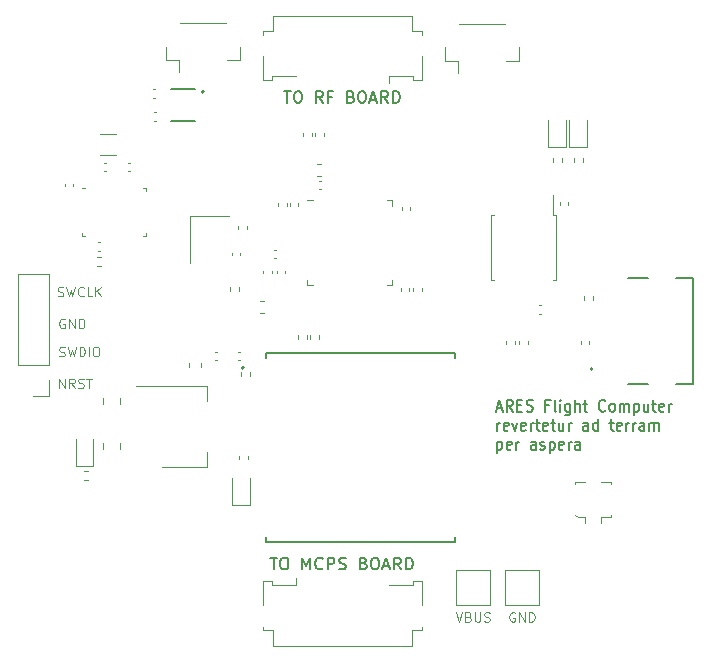
<source format=gbr>
%TF.GenerationSoftware,KiCad,Pcbnew,8.0.4*%
%TF.CreationDate,2024-11-13T00:18:53-06:00*%
%TF.ProjectId,ARES_FC,41524553-5f46-4432-9e6b-696361645f70,rev?*%
%TF.SameCoordinates,Original*%
%TF.FileFunction,Legend,Top*%
%TF.FilePolarity,Positive*%
%FSLAX46Y46*%
G04 Gerber Fmt 4.6, Leading zero omitted, Abs format (unit mm)*
G04 Created by KiCad (PCBNEW 8.0.4) date 2024-11-13 00:18:53*
%MOMM*%
%LPD*%
G01*
G04 APERTURE LIST*
%ADD10C,0.125000*%
%ADD11C,0.150000*%
%ADD12C,0.120000*%
%ADD13C,0.127000*%
%ADD14C,0.200000*%
G04 APERTURE END LIST*
D10*
X126476016Y-98514290D02*
X126399826Y-98476195D01*
X126399826Y-98476195D02*
X126285540Y-98476195D01*
X126285540Y-98476195D02*
X126171254Y-98514290D01*
X126171254Y-98514290D02*
X126095064Y-98590480D01*
X126095064Y-98590480D02*
X126056969Y-98666671D01*
X126056969Y-98666671D02*
X126018873Y-98819052D01*
X126018873Y-98819052D02*
X126018873Y-98933338D01*
X126018873Y-98933338D02*
X126056969Y-99085719D01*
X126056969Y-99085719D02*
X126095064Y-99161909D01*
X126095064Y-99161909D02*
X126171254Y-99238100D01*
X126171254Y-99238100D02*
X126285540Y-99276195D01*
X126285540Y-99276195D02*
X126361731Y-99276195D01*
X126361731Y-99276195D02*
X126476016Y-99238100D01*
X126476016Y-99238100D02*
X126514112Y-99200004D01*
X126514112Y-99200004D02*
X126514112Y-98933338D01*
X126514112Y-98933338D02*
X126361731Y-98933338D01*
X126856969Y-99276195D02*
X126856969Y-98476195D01*
X126856969Y-98476195D02*
X127314112Y-99276195D01*
X127314112Y-99276195D02*
X127314112Y-98476195D01*
X127695064Y-99276195D02*
X127695064Y-98476195D01*
X127695064Y-98476195D02*
X127885540Y-98476195D01*
X127885540Y-98476195D02*
X127999826Y-98514290D01*
X127999826Y-98514290D02*
X128076016Y-98590480D01*
X128076016Y-98590480D02*
X128114111Y-98666671D01*
X128114111Y-98666671D02*
X128152207Y-98819052D01*
X128152207Y-98819052D02*
X128152207Y-98933338D01*
X128152207Y-98933338D02*
X128114111Y-99085719D01*
X128114111Y-99085719D02*
X128076016Y-99161909D01*
X128076016Y-99161909D02*
X127999826Y-99238100D01*
X127999826Y-99238100D02*
X127885540Y-99276195D01*
X127885540Y-99276195D02*
X127695064Y-99276195D01*
X164591759Y-123383690D02*
X164515569Y-123345595D01*
X164515569Y-123345595D02*
X164401283Y-123345595D01*
X164401283Y-123345595D02*
X164286997Y-123383690D01*
X164286997Y-123383690D02*
X164210807Y-123459880D01*
X164210807Y-123459880D02*
X164172712Y-123536071D01*
X164172712Y-123536071D02*
X164134616Y-123688452D01*
X164134616Y-123688452D02*
X164134616Y-123802738D01*
X164134616Y-123802738D02*
X164172712Y-123955119D01*
X164172712Y-123955119D02*
X164210807Y-124031309D01*
X164210807Y-124031309D02*
X164286997Y-124107500D01*
X164286997Y-124107500D02*
X164401283Y-124145595D01*
X164401283Y-124145595D02*
X164477474Y-124145595D01*
X164477474Y-124145595D02*
X164591759Y-124107500D01*
X164591759Y-124107500D02*
X164629855Y-124069404D01*
X164629855Y-124069404D02*
X164629855Y-123802738D01*
X164629855Y-123802738D02*
X164477474Y-123802738D01*
X164972712Y-124145595D02*
X164972712Y-123345595D01*
X164972712Y-123345595D02*
X165429855Y-124145595D01*
X165429855Y-124145595D02*
X165429855Y-123345595D01*
X165810807Y-124145595D02*
X165810807Y-123345595D01*
X165810807Y-123345595D02*
X166001283Y-123345595D01*
X166001283Y-123345595D02*
X166115569Y-123383690D01*
X166115569Y-123383690D02*
X166191759Y-123459880D01*
X166191759Y-123459880D02*
X166229854Y-123536071D01*
X166229854Y-123536071D02*
X166267950Y-123688452D01*
X166267950Y-123688452D02*
X166267950Y-123802738D01*
X166267950Y-123802738D02*
X166229854Y-123955119D01*
X166229854Y-123955119D02*
X166191759Y-124031309D01*
X166191759Y-124031309D02*
X166115569Y-124107500D01*
X166115569Y-124107500D02*
X166001283Y-124145595D01*
X166001283Y-124145595D02*
X165810807Y-124145595D01*
X126025254Y-104356195D02*
X126025254Y-103556195D01*
X126025254Y-103556195D02*
X126482397Y-104356195D01*
X126482397Y-104356195D02*
X126482397Y-103556195D01*
X127320492Y-104356195D02*
X127053825Y-103975242D01*
X126863349Y-104356195D02*
X126863349Y-103556195D01*
X126863349Y-103556195D02*
X127168111Y-103556195D01*
X127168111Y-103556195D02*
X127244301Y-103594290D01*
X127244301Y-103594290D02*
X127282396Y-103632385D01*
X127282396Y-103632385D02*
X127320492Y-103708576D01*
X127320492Y-103708576D02*
X127320492Y-103822861D01*
X127320492Y-103822861D02*
X127282396Y-103899052D01*
X127282396Y-103899052D02*
X127244301Y-103937147D01*
X127244301Y-103937147D02*
X127168111Y-103975242D01*
X127168111Y-103975242D02*
X126863349Y-103975242D01*
X127625253Y-104318100D02*
X127739539Y-104356195D01*
X127739539Y-104356195D02*
X127930015Y-104356195D01*
X127930015Y-104356195D02*
X128006206Y-104318100D01*
X128006206Y-104318100D02*
X128044301Y-104280004D01*
X128044301Y-104280004D02*
X128082396Y-104203814D01*
X128082396Y-104203814D02*
X128082396Y-104127623D01*
X128082396Y-104127623D02*
X128044301Y-104051433D01*
X128044301Y-104051433D02*
X128006206Y-104013338D01*
X128006206Y-104013338D02*
X127930015Y-103975242D01*
X127930015Y-103975242D02*
X127777634Y-103937147D01*
X127777634Y-103937147D02*
X127701444Y-103899052D01*
X127701444Y-103899052D02*
X127663349Y-103860957D01*
X127663349Y-103860957D02*
X127625253Y-103784766D01*
X127625253Y-103784766D02*
X127625253Y-103708576D01*
X127625253Y-103708576D02*
X127663349Y-103632385D01*
X127663349Y-103632385D02*
X127701444Y-103594290D01*
X127701444Y-103594290D02*
X127777634Y-103556195D01*
X127777634Y-103556195D02*
X127968111Y-103556195D01*
X127968111Y-103556195D02*
X128082396Y-103594290D01*
X128310968Y-103556195D02*
X128768111Y-103556195D01*
X128539539Y-104356195D02*
X128539539Y-103556195D01*
D11*
X145043922Y-79219819D02*
X145615350Y-79219819D01*
X145329636Y-80219819D02*
X145329636Y-79219819D01*
X146139160Y-79219819D02*
X146329636Y-79219819D01*
X146329636Y-79219819D02*
X146424874Y-79267438D01*
X146424874Y-79267438D02*
X146520112Y-79362676D01*
X146520112Y-79362676D02*
X146567731Y-79553152D01*
X146567731Y-79553152D02*
X146567731Y-79886485D01*
X146567731Y-79886485D02*
X146520112Y-80076961D01*
X146520112Y-80076961D02*
X146424874Y-80172200D01*
X146424874Y-80172200D02*
X146329636Y-80219819D01*
X146329636Y-80219819D02*
X146139160Y-80219819D01*
X146139160Y-80219819D02*
X146043922Y-80172200D01*
X146043922Y-80172200D02*
X145948684Y-80076961D01*
X145948684Y-80076961D02*
X145901065Y-79886485D01*
X145901065Y-79886485D02*
X145901065Y-79553152D01*
X145901065Y-79553152D02*
X145948684Y-79362676D01*
X145948684Y-79362676D02*
X146043922Y-79267438D01*
X146043922Y-79267438D02*
X146139160Y-79219819D01*
X148329636Y-80219819D02*
X147996303Y-79743628D01*
X147758208Y-80219819D02*
X147758208Y-79219819D01*
X147758208Y-79219819D02*
X148139160Y-79219819D01*
X148139160Y-79219819D02*
X148234398Y-79267438D01*
X148234398Y-79267438D02*
X148282017Y-79315057D01*
X148282017Y-79315057D02*
X148329636Y-79410295D01*
X148329636Y-79410295D02*
X148329636Y-79553152D01*
X148329636Y-79553152D02*
X148282017Y-79648390D01*
X148282017Y-79648390D02*
X148234398Y-79696009D01*
X148234398Y-79696009D02*
X148139160Y-79743628D01*
X148139160Y-79743628D02*
X147758208Y-79743628D01*
X149091541Y-79696009D02*
X148758208Y-79696009D01*
X148758208Y-80219819D02*
X148758208Y-79219819D01*
X148758208Y-79219819D02*
X149234398Y-79219819D01*
X150710589Y-79696009D02*
X150853446Y-79743628D01*
X150853446Y-79743628D02*
X150901065Y-79791247D01*
X150901065Y-79791247D02*
X150948684Y-79886485D01*
X150948684Y-79886485D02*
X150948684Y-80029342D01*
X150948684Y-80029342D02*
X150901065Y-80124580D01*
X150901065Y-80124580D02*
X150853446Y-80172200D01*
X150853446Y-80172200D02*
X150758208Y-80219819D01*
X150758208Y-80219819D02*
X150377256Y-80219819D01*
X150377256Y-80219819D02*
X150377256Y-79219819D01*
X150377256Y-79219819D02*
X150710589Y-79219819D01*
X150710589Y-79219819D02*
X150805827Y-79267438D01*
X150805827Y-79267438D02*
X150853446Y-79315057D01*
X150853446Y-79315057D02*
X150901065Y-79410295D01*
X150901065Y-79410295D02*
X150901065Y-79505533D01*
X150901065Y-79505533D02*
X150853446Y-79600771D01*
X150853446Y-79600771D02*
X150805827Y-79648390D01*
X150805827Y-79648390D02*
X150710589Y-79696009D01*
X150710589Y-79696009D02*
X150377256Y-79696009D01*
X151567732Y-79219819D02*
X151758208Y-79219819D01*
X151758208Y-79219819D02*
X151853446Y-79267438D01*
X151853446Y-79267438D02*
X151948684Y-79362676D01*
X151948684Y-79362676D02*
X151996303Y-79553152D01*
X151996303Y-79553152D02*
X151996303Y-79886485D01*
X151996303Y-79886485D02*
X151948684Y-80076961D01*
X151948684Y-80076961D02*
X151853446Y-80172200D01*
X151853446Y-80172200D02*
X151758208Y-80219819D01*
X151758208Y-80219819D02*
X151567732Y-80219819D01*
X151567732Y-80219819D02*
X151472494Y-80172200D01*
X151472494Y-80172200D02*
X151377256Y-80076961D01*
X151377256Y-80076961D02*
X151329637Y-79886485D01*
X151329637Y-79886485D02*
X151329637Y-79553152D01*
X151329637Y-79553152D02*
X151377256Y-79362676D01*
X151377256Y-79362676D02*
X151472494Y-79267438D01*
X151472494Y-79267438D02*
X151567732Y-79219819D01*
X152377256Y-79934104D02*
X152853446Y-79934104D01*
X152282018Y-80219819D02*
X152615351Y-79219819D01*
X152615351Y-79219819D02*
X152948684Y-80219819D01*
X153853446Y-80219819D02*
X153520113Y-79743628D01*
X153282018Y-80219819D02*
X153282018Y-79219819D01*
X153282018Y-79219819D02*
X153662970Y-79219819D01*
X153662970Y-79219819D02*
X153758208Y-79267438D01*
X153758208Y-79267438D02*
X153805827Y-79315057D01*
X153805827Y-79315057D02*
X153853446Y-79410295D01*
X153853446Y-79410295D02*
X153853446Y-79553152D01*
X153853446Y-79553152D02*
X153805827Y-79648390D01*
X153805827Y-79648390D02*
X153758208Y-79696009D01*
X153758208Y-79696009D02*
X153662970Y-79743628D01*
X153662970Y-79743628D02*
X153282018Y-79743628D01*
X154282018Y-80219819D02*
X154282018Y-79219819D01*
X154282018Y-79219819D02*
X154520113Y-79219819D01*
X154520113Y-79219819D02*
X154662970Y-79267438D01*
X154662970Y-79267438D02*
X154758208Y-79362676D01*
X154758208Y-79362676D02*
X154805827Y-79457914D01*
X154805827Y-79457914D02*
X154853446Y-79648390D01*
X154853446Y-79648390D02*
X154853446Y-79791247D01*
X154853446Y-79791247D02*
X154805827Y-79981723D01*
X154805827Y-79981723D02*
X154758208Y-80076961D01*
X154758208Y-80076961D02*
X154662970Y-80172200D01*
X154662970Y-80172200D02*
X154520113Y-80219819D01*
X154520113Y-80219819D02*
X154282018Y-80219819D01*
X163072017Y-106064216D02*
X163505350Y-106064216D01*
X162985350Y-106349931D02*
X163288684Y-105349931D01*
X163288684Y-105349931D02*
X163592017Y-106349931D01*
X164415350Y-106349931D02*
X164112017Y-105873740D01*
X163895350Y-106349931D02*
X163895350Y-105349931D01*
X163895350Y-105349931D02*
X164242017Y-105349931D01*
X164242017Y-105349931D02*
X164328684Y-105397550D01*
X164328684Y-105397550D02*
X164372017Y-105445169D01*
X164372017Y-105445169D02*
X164415350Y-105540407D01*
X164415350Y-105540407D02*
X164415350Y-105683264D01*
X164415350Y-105683264D02*
X164372017Y-105778502D01*
X164372017Y-105778502D02*
X164328684Y-105826121D01*
X164328684Y-105826121D02*
X164242017Y-105873740D01*
X164242017Y-105873740D02*
X163895350Y-105873740D01*
X164805350Y-105826121D02*
X165108684Y-105826121D01*
X165238684Y-106349931D02*
X164805350Y-106349931D01*
X164805350Y-106349931D02*
X164805350Y-105349931D01*
X164805350Y-105349931D02*
X165238684Y-105349931D01*
X165585350Y-106302312D02*
X165715350Y-106349931D01*
X165715350Y-106349931D02*
X165932017Y-106349931D01*
X165932017Y-106349931D02*
X166018683Y-106302312D01*
X166018683Y-106302312D02*
X166062017Y-106254692D01*
X166062017Y-106254692D02*
X166105350Y-106159454D01*
X166105350Y-106159454D02*
X166105350Y-106064216D01*
X166105350Y-106064216D02*
X166062017Y-105968978D01*
X166062017Y-105968978D02*
X166018683Y-105921359D01*
X166018683Y-105921359D02*
X165932017Y-105873740D01*
X165932017Y-105873740D02*
X165758683Y-105826121D01*
X165758683Y-105826121D02*
X165672017Y-105778502D01*
X165672017Y-105778502D02*
X165628683Y-105730883D01*
X165628683Y-105730883D02*
X165585350Y-105635645D01*
X165585350Y-105635645D02*
X165585350Y-105540407D01*
X165585350Y-105540407D02*
X165628683Y-105445169D01*
X165628683Y-105445169D02*
X165672017Y-105397550D01*
X165672017Y-105397550D02*
X165758683Y-105349931D01*
X165758683Y-105349931D02*
X165975350Y-105349931D01*
X165975350Y-105349931D02*
X166105350Y-105397550D01*
X167492017Y-105826121D02*
X167188683Y-105826121D01*
X167188683Y-106349931D02*
X167188683Y-105349931D01*
X167188683Y-105349931D02*
X167622017Y-105349931D01*
X168098683Y-106349931D02*
X168012017Y-106302312D01*
X168012017Y-106302312D02*
X167968683Y-106207073D01*
X167968683Y-106207073D02*
X167968683Y-105349931D01*
X168445350Y-106349931D02*
X168445350Y-105683264D01*
X168445350Y-105349931D02*
X168402017Y-105397550D01*
X168402017Y-105397550D02*
X168445350Y-105445169D01*
X168445350Y-105445169D02*
X168488684Y-105397550D01*
X168488684Y-105397550D02*
X168445350Y-105349931D01*
X168445350Y-105349931D02*
X168445350Y-105445169D01*
X169268683Y-105683264D02*
X169268683Y-106492788D01*
X169268683Y-106492788D02*
X169225350Y-106588026D01*
X169225350Y-106588026D02*
X169182017Y-106635645D01*
X169182017Y-106635645D02*
X169095350Y-106683264D01*
X169095350Y-106683264D02*
X168965350Y-106683264D01*
X168965350Y-106683264D02*
X168878683Y-106635645D01*
X169268683Y-106302312D02*
X169182017Y-106349931D01*
X169182017Y-106349931D02*
X169008683Y-106349931D01*
X169008683Y-106349931D02*
X168922017Y-106302312D01*
X168922017Y-106302312D02*
X168878683Y-106254692D01*
X168878683Y-106254692D02*
X168835350Y-106159454D01*
X168835350Y-106159454D02*
X168835350Y-105873740D01*
X168835350Y-105873740D02*
X168878683Y-105778502D01*
X168878683Y-105778502D02*
X168922017Y-105730883D01*
X168922017Y-105730883D02*
X169008683Y-105683264D01*
X169008683Y-105683264D02*
X169182017Y-105683264D01*
X169182017Y-105683264D02*
X169268683Y-105730883D01*
X169702016Y-106349931D02*
X169702016Y-105349931D01*
X170092016Y-106349931D02*
X170092016Y-105826121D01*
X170092016Y-105826121D02*
X170048683Y-105730883D01*
X170048683Y-105730883D02*
X169962016Y-105683264D01*
X169962016Y-105683264D02*
X169832016Y-105683264D01*
X169832016Y-105683264D02*
X169745350Y-105730883D01*
X169745350Y-105730883D02*
X169702016Y-105778502D01*
X170395349Y-105683264D02*
X170742016Y-105683264D01*
X170525349Y-105349931D02*
X170525349Y-106207073D01*
X170525349Y-106207073D02*
X170568683Y-106302312D01*
X170568683Y-106302312D02*
X170655349Y-106349931D01*
X170655349Y-106349931D02*
X170742016Y-106349931D01*
X172258682Y-106254692D02*
X172215349Y-106302312D01*
X172215349Y-106302312D02*
X172085349Y-106349931D01*
X172085349Y-106349931D02*
X171998682Y-106349931D01*
X171998682Y-106349931D02*
X171868682Y-106302312D01*
X171868682Y-106302312D02*
X171782016Y-106207073D01*
X171782016Y-106207073D02*
X171738682Y-106111835D01*
X171738682Y-106111835D02*
X171695349Y-105921359D01*
X171695349Y-105921359D02*
X171695349Y-105778502D01*
X171695349Y-105778502D02*
X171738682Y-105588026D01*
X171738682Y-105588026D02*
X171782016Y-105492788D01*
X171782016Y-105492788D02*
X171868682Y-105397550D01*
X171868682Y-105397550D02*
X171998682Y-105349931D01*
X171998682Y-105349931D02*
X172085349Y-105349931D01*
X172085349Y-105349931D02*
X172215349Y-105397550D01*
X172215349Y-105397550D02*
X172258682Y-105445169D01*
X172778682Y-106349931D02*
X172692016Y-106302312D01*
X172692016Y-106302312D02*
X172648682Y-106254692D01*
X172648682Y-106254692D02*
X172605349Y-106159454D01*
X172605349Y-106159454D02*
X172605349Y-105873740D01*
X172605349Y-105873740D02*
X172648682Y-105778502D01*
X172648682Y-105778502D02*
X172692016Y-105730883D01*
X172692016Y-105730883D02*
X172778682Y-105683264D01*
X172778682Y-105683264D02*
X172908682Y-105683264D01*
X172908682Y-105683264D02*
X172995349Y-105730883D01*
X172995349Y-105730883D02*
X173038682Y-105778502D01*
X173038682Y-105778502D02*
X173082016Y-105873740D01*
X173082016Y-105873740D02*
X173082016Y-106159454D01*
X173082016Y-106159454D02*
X173038682Y-106254692D01*
X173038682Y-106254692D02*
X172995349Y-106302312D01*
X172995349Y-106302312D02*
X172908682Y-106349931D01*
X172908682Y-106349931D02*
X172778682Y-106349931D01*
X173472015Y-106349931D02*
X173472015Y-105683264D01*
X173472015Y-105778502D02*
X173515349Y-105730883D01*
X173515349Y-105730883D02*
X173602015Y-105683264D01*
X173602015Y-105683264D02*
X173732015Y-105683264D01*
X173732015Y-105683264D02*
X173818682Y-105730883D01*
X173818682Y-105730883D02*
X173862015Y-105826121D01*
X173862015Y-105826121D02*
X173862015Y-106349931D01*
X173862015Y-105826121D02*
X173905349Y-105730883D01*
X173905349Y-105730883D02*
X173992015Y-105683264D01*
X173992015Y-105683264D02*
X174122015Y-105683264D01*
X174122015Y-105683264D02*
X174208682Y-105730883D01*
X174208682Y-105730883D02*
X174252015Y-105826121D01*
X174252015Y-105826121D02*
X174252015Y-106349931D01*
X174685348Y-105683264D02*
X174685348Y-106683264D01*
X174685348Y-105730883D02*
X174772015Y-105683264D01*
X174772015Y-105683264D02*
X174945348Y-105683264D01*
X174945348Y-105683264D02*
X175032015Y-105730883D01*
X175032015Y-105730883D02*
X175075348Y-105778502D01*
X175075348Y-105778502D02*
X175118682Y-105873740D01*
X175118682Y-105873740D02*
X175118682Y-106159454D01*
X175118682Y-106159454D02*
X175075348Y-106254692D01*
X175075348Y-106254692D02*
X175032015Y-106302312D01*
X175032015Y-106302312D02*
X174945348Y-106349931D01*
X174945348Y-106349931D02*
X174772015Y-106349931D01*
X174772015Y-106349931D02*
X174685348Y-106302312D01*
X175898681Y-105683264D02*
X175898681Y-106349931D01*
X175508681Y-105683264D02*
X175508681Y-106207073D01*
X175508681Y-106207073D02*
X175552015Y-106302312D01*
X175552015Y-106302312D02*
X175638681Y-106349931D01*
X175638681Y-106349931D02*
X175768681Y-106349931D01*
X175768681Y-106349931D02*
X175855348Y-106302312D01*
X175855348Y-106302312D02*
X175898681Y-106254692D01*
X176202014Y-105683264D02*
X176548681Y-105683264D01*
X176332014Y-105349931D02*
X176332014Y-106207073D01*
X176332014Y-106207073D02*
X176375348Y-106302312D01*
X176375348Y-106302312D02*
X176462014Y-106349931D01*
X176462014Y-106349931D02*
X176548681Y-106349931D01*
X177198681Y-106302312D02*
X177112014Y-106349931D01*
X177112014Y-106349931D02*
X176938681Y-106349931D01*
X176938681Y-106349931D02*
X176852014Y-106302312D01*
X176852014Y-106302312D02*
X176808681Y-106207073D01*
X176808681Y-106207073D02*
X176808681Y-105826121D01*
X176808681Y-105826121D02*
X176852014Y-105730883D01*
X176852014Y-105730883D02*
X176938681Y-105683264D01*
X176938681Y-105683264D02*
X177112014Y-105683264D01*
X177112014Y-105683264D02*
X177198681Y-105730883D01*
X177198681Y-105730883D02*
X177242014Y-105826121D01*
X177242014Y-105826121D02*
X177242014Y-105921359D01*
X177242014Y-105921359D02*
X176808681Y-106016597D01*
X177632014Y-106349931D02*
X177632014Y-105683264D01*
X177632014Y-105873740D02*
X177675348Y-105778502D01*
X177675348Y-105778502D02*
X177718681Y-105730883D01*
X177718681Y-105730883D02*
X177805348Y-105683264D01*
X177805348Y-105683264D02*
X177892014Y-105683264D01*
X163115350Y-107959875D02*
X163115350Y-107293208D01*
X163115350Y-107483684D02*
X163158684Y-107388446D01*
X163158684Y-107388446D02*
X163202017Y-107340827D01*
X163202017Y-107340827D02*
X163288684Y-107293208D01*
X163288684Y-107293208D02*
X163375350Y-107293208D01*
X164025350Y-107912256D02*
X163938683Y-107959875D01*
X163938683Y-107959875D02*
X163765350Y-107959875D01*
X163765350Y-107959875D02*
X163678683Y-107912256D01*
X163678683Y-107912256D02*
X163635350Y-107817017D01*
X163635350Y-107817017D02*
X163635350Y-107436065D01*
X163635350Y-107436065D02*
X163678683Y-107340827D01*
X163678683Y-107340827D02*
X163765350Y-107293208D01*
X163765350Y-107293208D02*
X163938683Y-107293208D01*
X163938683Y-107293208D02*
X164025350Y-107340827D01*
X164025350Y-107340827D02*
X164068683Y-107436065D01*
X164068683Y-107436065D02*
X164068683Y-107531303D01*
X164068683Y-107531303D02*
X163635350Y-107626541D01*
X164372017Y-107293208D02*
X164588683Y-107959875D01*
X164588683Y-107959875D02*
X164805350Y-107293208D01*
X165498683Y-107912256D02*
X165412016Y-107959875D01*
X165412016Y-107959875D02*
X165238683Y-107959875D01*
X165238683Y-107959875D02*
X165152016Y-107912256D01*
X165152016Y-107912256D02*
X165108683Y-107817017D01*
X165108683Y-107817017D02*
X165108683Y-107436065D01*
X165108683Y-107436065D02*
X165152016Y-107340827D01*
X165152016Y-107340827D02*
X165238683Y-107293208D01*
X165238683Y-107293208D02*
X165412016Y-107293208D01*
X165412016Y-107293208D02*
X165498683Y-107340827D01*
X165498683Y-107340827D02*
X165542016Y-107436065D01*
X165542016Y-107436065D02*
X165542016Y-107531303D01*
X165542016Y-107531303D02*
X165108683Y-107626541D01*
X165932016Y-107959875D02*
X165932016Y-107293208D01*
X165932016Y-107483684D02*
X165975350Y-107388446D01*
X165975350Y-107388446D02*
X166018683Y-107340827D01*
X166018683Y-107340827D02*
X166105350Y-107293208D01*
X166105350Y-107293208D02*
X166192016Y-107293208D01*
X166365349Y-107293208D02*
X166712016Y-107293208D01*
X166495349Y-106959875D02*
X166495349Y-107817017D01*
X166495349Y-107817017D02*
X166538683Y-107912256D01*
X166538683Y-107912256D02*
X166625349Y-107959875D01*
X166625349Y-107959875D02*
X166712016Y-107959875D01*
X167362016Y-107912256D02*
X167275349Y-107959875D01*
X167275349Y-107959875D02*
X167102016Y-107959875D01*
X167102016Y-107959875D02*
X167015349Y-107912256D01*
X167015349Y-107912256D02*
X166972016Y-107817017D01*
X166972016Y-107817017D02*
X166972016Y-107436065D01*
X166972016Y-107436065D02*
X167015349Y-107340827D01*
X167015349Y-107340827D02*
X167102016Y-107293208D01*
X167102016Y-107293208D02*
X167275349Y-107293208D01*
X167275349Y-107293208D02*
X167362016Y-107340827D01*
X167362016Y-107340827D02*
X167405349Y-107436065D01*
X167405349Y-107436065D02*
X167405349Y-107531303D01*
X167405349Y-107531303D02*
X166972016Y-107626541D01*
X167665349Y-107293208D02*
X168012016Y-107293208D01*
X167795349Y-106959875D02*
X167795349Y-107817017D01*
X167795349Y-107817017D02*
X167838683Y-107912256D01*
X167838683Y-107912256D02*
X167925349Y-107959875D01*
X167925349Y-107959875D02*
X168012016Y-107959875D01*
X168705349Y-107293208D02*
X168705349Y-107959875D01*
X168315349Y-107293208D02*
X168315349Y-107817017D01*
X168315349Y-107817017D02*
X168358683Y-107912256D01*
X168358683Y-107912256D02*
X168445349Y-107959875D01*
X168445349Y-107959875D02*
X168575349Y-107959875D01*
X168575349Y-107959875D02*
X168662016Y-107912256D01*
X168662016Y-107912256D02*
X168705349Y-107864636D01*
X169138682Y-107959875D02*
X169138682Y-107293208D01*
X169138682Y-107483684D02*
X169182016Y-107388446D01*
X169182016Y-107388446D02*
X169225349Y-107340827D01*
X169225349Y-107340827D02*
X169312016Y-107293208D01*
X169312016Y-107293208D02*
X169398682Y-107293208D01*
X170785348Y-107959875D02*
X170785348Y-107436065D01*
X170785348Y-107436065D02*
X170742015Y-107340827D01*
X170742015Y-107340827D02*
X170655348Y-107293208D01*
X170655348Y-107293208D02*
X170482015Y-107293208D01*
X170482015Y-107293208D02*
X170395348Y-107340827D01*
X170785348Y-107912256D02*
X170698682Y-107959875D01*
X170698682Y-107959875D02*
X170482015Y-107959875D01*
X170482015Y-107959875D02*
X170395348Y-107912256D01*
X170395348Y-107912256D02*
X170352015Y-107817017D01*
X170352015Y-107817017D02*
X170352015Y-107721779D01*
X170352015Y-107721779D02*
X170395348Y-107626541D01*
X170395348Y-107626541D02*
X170482015Y-107578922D01*
X170482015Y-107578922D02*
X170698682Y-107578922D01*
X170698682Y-107578922D02*
X170785348Y-107531303D01*
X171608681Y-107959875D02*
X171608681Y-106959875D01*
X171608681Y-107912256D02*
X171522015Y-107959875D01*
X171522015Y-107959875D02*
X171348681Y-107959875D01*
X171348681Y-107959875D02*
X171262015Y-107912256D01*
X171262015Y-107912256D02*
X171218681Y-107864636D01*
X171218681Y-107864636D02*
X171175348Y-107769398D01*
X171175348Y-107769398D02*
X171175348Y-107483684D01*
X171175348Y-107483684D02*
X171218681Y-107388446D01*
X171218681Y-107388446D02*
X171262015Y-107340827D01*
X171262015Y-107340827D02*
X171348681Y-107293208D01*
X171348681Y-107293208D02*
X171522015Y-107293208D01*
X171522015Y-107293208D02*
X171608681Y-107340827D01*
X172605347Y-107293208D02*
X172952014Y-107293208D01*
X172735347Y-106959875D02*
X172735347Y-107817017D01*
X172735347Y-107817017D02*
X172778681Y-107912256D01*
X172778681Y-107912256D02*
X172865347Y-107959875D01*
X172865347Y-107959875D02*
X172952014Y-107959875D01*
X173602014Y-107912256D02*
X173515347Y-107959875D01*
X173515347Y-107959875D02*
X173342014Y-107959875D01*
X173342014Y-107959875D02*
X173255347Y-107912256D01*
X173255347Y-107912256D02*
X173212014Y-107817017D01*
X173212014Y-107817017D02*
X173212014Y-107436065D01*
X173212014Y-107436065D02*
X173255347Y-107340827D01*
X173255347Y-107340827D02*
X173342014Y-107293208D01*
X173342014Y-107293208D02*
X173515347Y-107293208D01*
X173515347Y-107293208D02*
X173602014Y-107340827D01*
X173602014Y-107340827D02*
X173645347Y-107436065D01*
X173645347Y-107436065D02*
X173645347Y-107531303D01*
X173645347Y-107531303D02*
X173212014Y-107626541D01*
X174035347Y-107959875D02*
X174035347Y-107293208D01*
X174035347Y-107483684D02*
X174078681Y-107388446D01*
X174078681Y-107388446D02*
X174122014Y-107340827D01*
X174122014Y-107340827D02*
X174208681Y-107293208D01*
X174208681Y-107293208D02*
X174295347Y-107293208D01*
X174598680Y-107959875D02*
X174598680Y-107293208D01*
X174598680Y-107483684D02*
X174642014Y-107388446D01*
X174642014Y-107388446D02*
X174685347Y-107340827D01*
X174685347Y-107340827D02*
X174772014Y-107293208D01*
X174772014Y-107293208D02*
X174858680Y-107293208D01*
X175552013Y-107959875D02*
X175552013Y-107436065D01*
X175552013Y-107436065D02*
X175508680Y-107340827D01*
X175508680Y-107340827D02*
X175422013Y-107293208D01*
X175422013Y-107293208D02*
X175248680Y-107293208D01*
X175248680Y-107293208D02*
X175162013Y-107340827D01*
X175552013Y-107912256D02*
X175465347Y-107959875D01*
X175465347Y-107959875D02*
X175248680Y-107959875D01*
X175248680Y-107959875D02*
X175162013Y-107912256D01*
X175162013Y-107912256D02*
X175118680Y-107817017D01*
X175118680Y-107817017D02*
X175118680Y-107721779D01*
X175118680Y-107721779D02*
X175162013Y-107626541D01*
X175162013Y-107626541D02*
X175248680Y-107578922D01*
X175248680Y-107578922D02*
X175465347Y-107578922D01*
X175465347Y-107578922D02*
X175552013Y-107531303D01*
X175985346Y-107959875D02*
X175985346Y-107293208D01*
X175985346Y-107388446D02*
X176028680Y-107340827D01*
X176028680Y-107340827D02*
X176115346Y-107293208D01*
X176115346Y-107293208D02*
X176245346Y-107293208D01*
X176245346Y-107293208D02*
X176332013Y-107340827D01*
X176332013Y-107340827D02*
X176375346Y-107436065D01*
X176375346Y-107436065D02*
X176375346Y-107959875D01*
X176375346Y-107436065D02*
X176418680Y-107340827D01*
X176418680Y-107340827D02*
X176505346Y-107293208D01*
X176505346Y-107293208D02*
X176635346Y-107293208D01*
X176635346Y-107293208D02*
X176722013Y-107340827D01*
X176722013Y-107340827D02*
X176765346Y-107436065D01*
X176765346Y-107436065D02*
X176765346Y-107959875D01*
X163115350Y-108903152D02*
X163115350Y-109903152D01*
X163115350Y-108950771D02*
X163202017Y-108903152D01*
X163202017Y-108903152D02*
X163375350Y-108903152D01*
X163375350Y-108903152D02*
X163462017Y-108950771D01*
X163462017Y-108950771D02*
X163505350Y-108998390D01*
X163505350Y-108998390D02*
X163548684Y-109093628D01*
X163548684Y-109093628D02*
X163548684Y-109379342D01*
X163548684Y-109379342D02*
X163505350Y-109474580D01*
X163505350Y-109474580D02*
X163462017Y-109522200D01*
X163462017Y-109522200D02*
X163375350Y-109569819D01*
X163375350Y-109569819D02*
X163202017Y-109569819D01*
X163202017Y-109569819D02*
X163115350Y-109522200D01*
X164285350Y-109522200D02*
X164198683Y-109569819D01*
X164198683Y-109569819D02*
X164025350Y-109569819D01*
X164025350Y-109569819D02*
X163938683Y-109522200D01*
X163938683Y-109522200D02*
X163895350Y-109426961D01*
X163895350Y-109426961D02*
X163895350Y-109046009D01*
X163895350Y-109046009D02*
X163938683Y-108950771D01*
X163938683Y-108950771D02*
X164025350Y-108903152D01*
X164025350Y-108903152D02*
X164198683Y-108903152D01*
X164198683Y-108903152D02*
X164285350Y-108950771D01*
X164285350Y-108950771D02*
X164328683Y-109046009D01*
X164328683Y-109046009D02*
X164328683Y-109141247D01*
X164328683Y-109141247D02*
X163895350Y-109236485D01*
X164718683Y-109569819D02*
X164718683Y-108903152D01*
X164718683Y-109093628D02*
X164762017Y-108998390D01*
X164762017Y-108998390D02*
X164805350Y-108950771D01*
X164805350Y-108950771D02*
X164892017Y-108903152D01*
X164892017Y-108903152D02*
X164978683Y-108903152D01*
X166365349Y-109569819D02*
X166365349Y-109046009D01*
X166365349Y-109046009D02*
X166322016Y-108950771D01*
X166322016Y-108950771D02*
X166235349Y-108903152D01*
X166235349Y-108903152D02*
X166062016Y-108903152D01*
X166062016Y-108903152D02*
X165975349Y-108950771D01*
X166365349Y-109522200D02*
X166278683Y-109569819D01*
X166278683Y-109569819D02*
X166062016Y-109569819D01*
X166062016Y-109569819D02*
X165975349Y-109522200D01*
X165975349Y-109522200D02*
X165932016Y-109426961D01*
X165932016Y-109426961D02*
X165932016Y-109331723D01*
X165932016Y-109331723D02*
X165975349Y-109236485D01*
X165975349Y-109236485D02*
X166062016Y-109188866D01*
X166062016Y-109188866D02*
X166278683Y-109188866D01*
X166278683Y-109188866D02*
X166365349Y-109141247D01*
X166755349Y-109522200D02*
X166842016Y-109569819D01*
X166842016Y-109569819D02*
X167015349Y-109569819D01*
X167015349Y-109569819D02*
X167102016Y-109522200D01*
X167102016Y-109522200D02*
X167145349Y-109426961D01*
X167145349Y-109426961D02*
X167145349Y-109379342D01*
X167145349Y-109379342D02*
X167102016Y-109284104D01*
X167102016Y-109284104D02*
X167015349Y-109236485D01*
X167015349Y-109236485D02*
X166885349Y-109236485D01*
X166885349Y-109236485D02*
X166798682Y-109188866D01*
X166798682Y-109188866D02*
X166755349Y-109093628D01*
X166755349Y-109093628D02*
X166755349Y-109046009D01*
X166755349Y-109046009D02*
X166798682Y-108950771D01*
X166798682Y-108950771D02*
X166885349Y-108903152D01*
X166885349Y-108903152D02*
X167015349Y-108903152D01*
X167015349Y-108903152D02*
X167102016Y-108950771D01*
X167535349Y-108903152D02*
X167535349Y-109903152D01*
X167535349Y-108950771D02*
X167622016Y-108903152D01*
X167622016Y-108903152D02*
X167795349Y-108903152D01*
X167795349Y-108903152D02*
X167882016Y-108950771D01*
X167882016Y-108950771D02*
X167925349Y-108998390D01*
X167925349Y-108998390D02*
X167968683Y-109093628D01*
X167968683Y-109093628D02*
X167968683Y-109379342D01*
X167968683Y-109379342D02*
X167925349Y-109474580D01*
X167925349Y-109474580D02*
X167882016Y-109522200D01*
X167882016Y-109522200D02*
X167795349Y-109569819D01*
X167795349Y-109569819D02*
X167622016Y-109569819D01*
X167622016Y-109569819D02*
X167535349Y-109522200D01*
X168705349Y-109522200D02*
X168618682Y-109569819D01*
X168618682Y-109569819D02*
X168445349Y-109569819D01*
X168445349Y-109569819D02*
X168358682Y-109522200D01*
X168358682Y-109522200D02*
X168315349Y-109426961D01*
X168315349Y-109426961D02*
X168315349Y-109046009D01*
X168315349Y-109046009D02*
X168358682Y-108950771D01*
X168358682Y-108950771D02*
X168445349Y-108903152D01*
X168445349Y-108903152D02*
X168618682Y-108903152D01*
X168618682Y-108903152D02*
X168705349Y-108950771D01*
X168705349Y-108950771D02*
X168748682Y-109046009D01*
X168748682Y-109046009D02*
X168748682Y-109141247D01*
X168748682Y-109141247D02*
X168315349Y-109236485D01*
X169138682Y-109569819D02*
X169138682Y-108903152D01*
X169138682Y-109093628D02*
X169182016Y-108998390D01*
X169182016Y-108998390D02*
X169225349Y-108950771D01*
X169225349Y-108950771D02*
X169312016Y-108903152D01*
X169312016Y-108903152D02*
X169398682Y-108903152D01*
X170092015Y-109569819D02*
X170092015Y-109046009D01*
X170092015Y-109046009D02*
X170048682Y-108950771D01*
X170048682Y-108950771D02*
X169962015Y-108903152D01*
X169962015Y-108903152D02*
X169788682Y-108903152D01*
X169788682Y-108903152D02*
X169702015Y-108950771D01*
X170092015Y-109522200D02*
X170005349Y-109569819D01*
X170005349Y-109569819D02*
X169788682Y-109569819D01*
X169788682Y-109569819D02*
X169702015Y-109522200D01*
X169702015Y-109522200D02*
X169658682Y-109426961D01*
X169658682Y-109426961D02*
X169658682Y-109331723D01*
X169658682Y-109331723D02*
X169702015Y-109236485D01*
X169702015Y-109236485D02*
X169788682Y-109188866D01*
X169788682Y-109188866D02*
X170005349Y-109188866D01*
X170005349Y-109188866D02*
X170092015Y-109141247D01*
D10*
X125911015Y-96571100D02*
X126025301Y-96609195D01*
X126025301Y-96609195D02*
X126215777Y-96609195D01*
X126215777Y-96609195D02*
X126291968Y-96571100D01*
X126291968Y-96571100D02*
X126330063Y-96533004D01*
X126330063Y-96533004D02*
X126368158Y-96456814D01*
X126368158Y-96456814D02*
X126368158Y-96380623D01*
X126368158Y-96380623D02*
X126330063Y-96304433D01*
X126330063Y-96304433D02*
X126291968Y-96266338D01*
X126291968Y-96266338D02*
X126215777Y-96228242D01*
X126215777Y-96228242D02*
X126063396Y-96190147D01*
X126063396Y-96190147D02*
X125987206Y-96152052D01*
X125987206Y-96152052D02*
X125949111Y-96113957D01*
X125949111Y-96113957D02*
X125911015Y-96037766D01*
X125911015Y-96037766D02*
X125911015Y-95961576D01*
X125911015Y-95961576D02*
X125949111Y-95885385D01*
X125949111Y-95885385D02*
X125987206Y-95847290D01*
X125987206Y-95847290D02*
X126063396Y-95809195D01*
X126063396Y-95809195D02*
X126253873Y-95809195D01*
X126253873Y-95809195D02*
X126368158Y-95847290D01*
X126634825Y-95809195D02*
X126825301Y-96609195D01*
X126825301Y-96609195D02*
X126977682Y-96037766D01*
X126977682Y-96037766D02*
X127130063Y-96609195D01*
X127130063Y-96609195D02*
X127320540Y-95809195D01*
X128082445Y-96533004D02*
X128044349Y-96571100D01*
X128044349Y-96571100D02*
X127930064Y-96609195D01*
X127930064Y-96609195D02*
X127853873Y-96609195D01*
X127853873Y-96609195D02*
X127739587Y-96571100D01*
X127739587Y-96571100D02*
X127663397Y-96494909D01*
X127663397Y-96494909D02*
X127625302Y-96418719D01*
X127625302Y-96418719D02*
X127587206Y-96266338D01*
X127587206Y-96266338D02*
X127587206Y-96152052D01*
X127587206Y-96152052D02*
X127625302Y-95999671D01*
X127625302Y-95999671D02*
X127663397Y-95923480D01*
X127663397Y-95923480D02*
X127739587Y-95847290D01*
X127739587Y-95847290D02*
X127853873Y-95809195D01*
X127853873Y-95809195D02*
X127930064Y-95809195D01*
X127930064Y-95809195D02*
X128044349Y-95847290D01*
X128044349Y-95847290D02*
X128082445Y-95885385D01*
X128806254Y-96609195D02*
X128425302Y-96609195D01*
X128425302Y-96609195D02*
X128425302Y-95809195D01*
X129072921Y-96609195D02*
X129072921Y-95809195D01*
X129530064Y-96609195D02*
X129187206Y-96152052D01*
X129530064Y-95809195D02*
X129072921Y-96266338D01*
X159613426Y-123345595D02*
X159880093Y-124145595D01*
X159880093Y-124145595D02*
X160146759Y-123345595D01*
X160680092Y-123726547D02*
X160794378Y-123764642D01*
X160794378Y-123764642D02*
X160832473Y-123802738D01*
X160832473Y-123802738D02*
X160870569Y-123878928D01*
X160870569Y-123878928D02*
X160870569Y-123993214D01*
X160870569Y-123993214D02*
X160832473Y-124069404D01*
X160832473Y-124069404D02*
X160794378Y-124107500D01*
X160794378Y-124107500D02*
X160718188Y-124145595D01*
X160718188Y-124145595D02*
X160413426Y-124145595D01*
X160413426Y-124145595D02*
X160413426Y-123345595D01*
X160413426Y-123345595D02*
X160680092Y-123345595D01*
X160680092Y-123345595D02*
X160756283Y-123383690D01*
X160756283Y-123383690D02*
X160794378Y-123421785D01*
X160794378Y-123421785D02*
X160832473Y-123497976D01*
X160832473Y-123497976D02*
X160832473Y-123574166D01*
X160832473Y-123574166D02*
X160794378Y-123650357D01*
X160794378Y-123650357D02*
X160756283Y-123688452D01*
X160756283Y-123688452D02*
X160680092Y-123726547D01*
X160680092Y-123726547D02*
X160413426Y-123726547D01*
X161213426Y-123345595D02*
X161213426Y-123993214D01*
X161213426Y-123993214D02*
X161251521Y-124069404D01*
X161251521Y-124069404D02*
X161289616Y-124107500D01*
X161289616Y-124107500D02*
X161365807Y-124145595D01*
X161365807Y-124145595D02*
X161518188Y-124145595D01*
X161518188Y-124145595D02*
X161594378Y-124107500D01*
X161594378Y-124107500D02*
X161632473Y-124069404D01*
X161632473Y-124069404D02*
X161670569Y-123993214D01*
X161670569Y-123993214D02*
X161670569Y-123345595D01*
X162013425Y-124107500D02*
X162127711Y-124145595D01*
X162127711Y-124145595D02*
X162318187Y-124145595D01*
X162318187Y-124145595D02*
X162394378Y-124107500D01*
X162394378Y-124107500D02*
X162432473Y-124069404D01*
X162432473Y-124069404D02*
X162470568Y-123993214D01*
X162470568Y-123993214D02*
X162470568Y-123917023D01*
X162470568Y-123917023D02*
X162432473Y-123840833D01*
X162432473Y-123840833D02*
X162394378Y-123802738D01*
X162394378Y-123802738D02*
X162318187Y-123764642D01*
X162318187Y-123764642D02*
X162165806Y-123726547D01*
X162165806Y-123726547D02*
X162089616Y-123688452D01*
X162089616Y-123688452D02*
X162051521Y-123650357D01*
X162051521Y-123650357D02*
X162013425Y-123574166D01*
X162013425Y-123574166D02*
X162013425Y-123497976D01*
X162013425Y-123497976D02*
X162051521Y-123421785D01*
X162051521Y-123421785D02*
X162089616Y-123383690D01*
X162089616Y-123383690D02*
X162165806Y-123345595D01*
X162165806Y-123345595D02*
X162356283Y-123345595D01*
X162356283Y-123345595D02*
X162470568Y-123383690D01*
D11*
X143893922Y-118719819D02*
X144465350Y-118719819D01*
X144179636Y-119719819D02*
X144179636Y-118719819D01*
X144989160Y-118719819D02*
X145179636Y-118719819D01*
X145179636Y-118719819D02*
X145274874Y-118767438D01*
X145274874Y-118767438D02*
X145370112Y-118862676D01*
X145370112Y-118862676D02*
X145417731Y-119053152D01*
X145417731Y-119053152D02*
X145417731Y-119386485D01*
X145417731Y-119386485D02*
X145370112Y-119576961D01*
X145370112Y-119576961D02*
X145274874Y-119672200D01*
X145274874Y-119672200D02*
X145179636Y-119719819D01*
X145179636Y-119719819D02*
X144989160Y-119719819D01*
X144989160Y-119719819D02*
X144893922Y-119672200D01*
X144893922Y-119672200D02*
X144798684Y-119576961D01*
X144798684Y-119576961D02*
X144751065Y-119386485D01*
X144751065Y-119386485D02*
X144751065Y-119053152D01*
X144751065Y-119053152D02*
X144798684Y-118862676D01*
X144798684Y-118862676D02*
X144893922Y-118767438D01*
X144893922Y-118767438D02*
X144989160Y-118719819D01*
X146608208Y-119719819D02*
X146608208Y-118719819D01*
X146608208Y-118719819D02*
X146941541Y-119434104D01*
X146941541Y-119434104D02*
X147274874Y-118719819D01*
X147274874Y-118719819D02*
X147274874Y-119719819D01*
X148322493Y-119624580D02*
X148274874Y-119672200D01*
X148274874Y-119672200D02*
X148132017Y-119719819D01*
X148132017Y-119719819D02*
X148036779Y-119719819D01*
X148036779Y-119719819D02*
X147893922Y-119672200D01*
X147893922Y-119672200D02*
X147798684Y-119576961D01*
X147798684Y-119576961D02*
X147751065Y-119481723D01*
X147751065Y-119481723D02*
X147703446Y-119291247D01*
X147703446Y-119291247D02*
X147703446Y-119148390D01*
X147703446Y-119148390D02*
X147751065Y-118957914D01*
X147751065Y-118957914D02*
X147798684Y-118862676D01*
X147798684Y-118862676D02*
X147893922Y-118767438D01*
X147893922Y-118767438D02*
X148036779Y-118719819D01*
X148036779Y-118719819D02*
X148132017Y-118719819D01*
X148132017Y-118719819D02*
X148274874Y-118767438D01*
X148274874Y-118767438D02*
X148322493Y-118815057D01*
X148751065Y-119719819D02*
X148751065Y-118719819D01*
X148751065Y-118719819D02*
X149132017Y-118719819D01*
X149132017Y-118719819D02*
X149227255Y-118767438D01*
X149227255Y-118767438D02*
X149274874Y-118815057D01*
X149274874Y-118815057D02*
X149322493Y-118910295D01*
X149322493Y-118910295D02*
X149322493Y-119053152D01*
X149322493Y-119053152D02*
X149274874Y-119148390D01*
X149274874Y-119148390D02*
X149227255Y-119196009D01*
X149227255Y-119196009D02*
X149132017Y-119243628D01*
X149132017Y-119243628D02*
X148751065Y-119243628D01*
X149703446Y-119672200D02*
X149846303Y-119719819D01*
X149846303Y-119719819D02*
X150084398Y-119719819D01*
X150084398Y-119719819D02*
X150179636Y-119672200D01*
X150179636Y-119672200D02*
X150227255Y-119624580D01*
X150227255Y-119624580D02*
X150274874Y-119529342D01*
X150274874Y-119529342D02*
X150274874Y-119434104D01*
X150274874Y-119434104D02*
X150227255Y-119338866D01*
X150227255Y-119338866D02*
X150179636Y-119291247D01*
X150179636Y-119291247D02*
X150084398Y-119243628D01*
X150084398Y-119243628D02*
X149893922Y-119196009D01*
X149893922Y-119196009D02*
X149798684Y-119148390D01*
X149798684Y-119148390D02*
X149751065Y-119100771D01*
X149751065Y-119100771D02*
X149703446Y-119005533D01*
X149703446Y-119005533D02*
X149703446Y-118910295D01*
X149703446Y-118910295D02*
X149751065Y-118815057D01*
X149751065Y-118815057D02*
X149798684Y-118767438D01*
X149798684Y-118767438D02*
X149893922Y-118719819D01*
X149893922Y-118719819D02*
X150132017Y-118719819D01*
X150132017Y-118719819D02*
X150274874Y-118767438D01*
X151798684Y-119196009D02*
X151941541Y-119243628D01*
X151941541Y-119243628D02*
X151989160Y-119291247D01*
X151989160Y-119291247D02*
X152036779Y-119386485D01*
X152036779Y-119386485D02*
X152036779Y-119529342D01*
X152036779Y-119529342D02*
X151989160Y-119624580D01*
X151989160Y-119624580D02*
X151941541Y-119672200D01*
X151941541Y-119672200D02*
X151846303Y-119719819D01*
X151846303Y-119719819D02*
X151465351Y-119719819D01*
X151465351Y-119719819D02*
X151465351Y-118719819D01*
X151465351Y-118719819D02*
X151798684Y-118719819D01*
X151798684Y-118719819D02*
X151893922Y-118767438D01*
X151893922Y-118767438D02*
X151941541Y-118815057D01*
X151941541Y-118815057D02*
X151989160Y-118910295D01*
X151989160Y-118910295D02*
X151989160Y-119005533D01*
X151989160Y-119005533D02*
X151941541Y-119100771D01*
X151941541Y-119100771D02*
X151893922Y-119148390D01*
X151893922Y-119148390D02*
X151798684Y-119196009D01*
X151798684Y-119196009D02*
X151465351Y-119196009D01*
X152655827Y-118719819D02*
X152846303Y-118719819D01*
X152846303Y-118719819D02*
X152941541Y-118767438D01*
X152941541Y-118767438D02*
X153036779Y-118862676D01*
X153036779Y-118862676D02*
X153084398Y-119053152D01*
X153084398Y-119053152D02*
X153084398Y-119386485D01*
X153084398Y-119386485D02*
X153036779Y-119576961D01*
X153036779Y-119576961D02*
X152941541Y-119672200D01*
X152941541Y-119672200D02*
X152846303Y-119719819D01*
X152846303Y-119719819D02*
X152655827Y-119719819D01*
X152655827Y-119719819D02*
X152560589Y-119672200D01*
X152560589Y-119672200D02*
X152465351Y-119576961D01*
X152465351Y-119576961D02*
X152417732Y-119386485D01*
X152417732Y-119386485D02*
X152417732Y-119053152D01*
X152417732Y-119053152D02*
X152465351Y-118862676D01*
X152465351Y-118862676D02*
X152560589Y-118767438D01*
X152560589Y-118767438D02*
X152655827Y-118719819D01*
X153465351Y-119434104D02*
X153941541Y-119434104D01*
X153370113Y-119719819D02*
X153703446Y-118719819D01*
X153703446Y-118719819D02*
X154036779Y-119719819D01*
X154941541Y-119719819D02*
X154608208Y-119243628D01*
X154370113Y-119719819D02*
X154370113Y-118719819D01*
X154370113Y-118719819D02*
X154751065Y-118719819D01*
X154751065Y-118719819D02*
X154846303Y-118767438D01*
X154846303Y-118767438D02*
X154893922Y-118815057D01*
X154893922Y-118815057D02*
X154941541Y-118910295D01*
X154941541Y-118910295D02*
X154941541Y-119053152D01*
X154941541Y-119053152D02*
X154893922Y-119148390D01*
X154893922Y-119148390D02*
X154846303Y-119196009D01*
X154846303Y-119196009D02*
X154751065Y-119243628D01*
X154751065Y-119243628D02*
X154370113Y-119243628D01*
X155370113Y-119719819D02*
X155370113Y-118719819D01*
X155370113Y-118719819D02*
X155608208Y-118719819D01*
X155608208Y-118719819D02*
X155751065Y-118767438D01*
X155751065Y-118767438D02*
X155846303Y-118862676D01*
X155846303Y-118862676D02*
X155893922Y-118957914D01*
X155893922Y-118957914D02*
X155941541Y-119148390D01*
X155941541Y-119148390D02*
X155941541Y-119291247D01*
X155941541Y-119291247D02*
X155893922Y-119481723D01*
X155893922Y-119481723D02*
X155846303Y-119576961D01*
X155846303Y-119576961D02*
X155751065Y-119672200D01*
X155751065Y-119672200D02*
X155608208Y-119719819D01*
X155608208Y-119719819D02*
X155370113Y-119719819D01*
D10*
X126025301Y-101651100D02*
X126139587Y-101689195D01*
X126139587Y-101689195D02*
X126330063Y-101689195D01*
X126330063Y-101689195D02*
X126406254Y-101651100D01*
X126406254Y-101651100D02*
X126444349Y-101613004D01*
X126444349Y-101613004D02*
X126482444Y-101536814D01*
X126482444Y-101536814D02*
X126482444Y-101460623D01*
X126482444Y-101460623D02*
X126444349Y-101384433D01*
X126444349Y-101384433D02*
X126406254Y-101346338D01*
X126406254Y-101346338D02*
X126330063Y-101308242D01*
X126330063Y-101308242D02*
X126177682Y-101270147D01*
X126177682Y-101270147D02*
X126101492Y-101232052D01*
X126101492Y-101232052D02*
X126063397Y-101193957D01*
X126063397Y-101193957D02*
X126025301Y-101117766D01*
X126025301Y-101117766D02*
X126025301Y-101041576D01*
X126025301Y-101041576D02*
X126063397Y-100965385D01*
X126063397Y-100965385D02*
X126101492Y-100927290D01*
X126101492Y-100927290D02*
X126177682Y-100889195D01*
X126177682Y-100889195D02*
X126368159Y-100889195D01*
X126368159Y-100889195D02*
X126482444Y-100927290D01*
X126749111Y-100889195D02*
X126939587Y-101689195D01*
X126939587Y-101689195D02*
X127091968Y-101117766D01*
X127091968Y-101117766D02*
X127244349Y-101689195D01*
X127244349Y-101689195D02*
X127434826Y-100889195D01*
X127739588Y-101689195D02*
X127739588Y-100889195D01*
X127739588Y-100889195D02*
X127930064Y-100889195D01*
X127930064Y-100889195D02*
X128044350Y-100927290D01*
X128044350Y-100927290D02*
X128120540Y-101003480D01*
X128120540Y-101003480D02*
X128158635Y-101079671D01*
X128158635Y-101079671D02*
X128196731Y-101232052D01*
X128196731Y-101232052D02*
X128196731Y-101346338D01*
X128196731Y-101346338D02*
X128158635Y-101498719D01*
X128158635Y-101498719D02*
X128120540Y-101574909D01*
X128120540Y-101574909D02*
X128044350Y-101651100D01*
X128044350Y-101651100D02*
X127930064Y-101689195D01*
X127930064Y-101689195D02*
X127739588Y-101689195D01*
X128539588Y-101689195D02*
X128539588Y-100889195D01*
X129072921Y-100889195D02*
X129225302Y-100889195D01*
X129225302Y-100889195D02*
X129301492Y-100927290D01*
X129301492Y-100927290D02*
X129377683Y-101003480D01*
X129377683Y-101003480D02*
X129415778Y-101155861D01*
X129415778Y-101155861D02*
X129415778Y-101422528D01*
X129415778Y-101422528D02*
X129377683Y-101574909D01*
X129377683Y-101574909D02*
X129301492Y-101651100D01*
X129301492Y-101651100D02*
X129225302Y-101689195D01*
X129225302Y-101689195D02*
X129072921Y-101689195D01*
X129072921Y-101689195D02*
X128996730Y-101651100D01*
X128996730Y-101651100D02*
X128920540Y-101574909D01*
X128920540Y-101574909D02*
X128882444Y-101422528D01*
X128882444Y-101422528D02*
X128882444Y-101155861D01*
X128882444Y-101155861D02*
X128920540Y-101003480D01*
X128920540Y-101003480D02*
X128996730Y-100927290D01*
X128996730Y-100927290D02*
X129072921Y-100889195D01*
D12*
%TO.C,C4*%
X147859420Y-85390000D02*
X148140580Y-85390000D01*
X147859420Y-86410000D02*
X148140580Y-86410000D01*
%TO.C,J5*%
X163764000Y-119800000D02*
X166664000Y-119800000D01*
X163764000Y-122700000D02*
X163764000Y-119800000D01*
X166664000Y-119800000D02*
X166664000Y-122700000D01*
X166664000Y-122700000D02*
X163764000Y-122700000D01*
%TO.C,C3*%
X140640000Y-93136376D02*
X140640000Y-92920704D01*
X141360000Y-93136376D02*
X141360000Y-92920704D01*
%TO.C,C16*%
X129480336Y-91999500D02*
X129264664Y-91999500D01*
X129480336Y-92719500D02*
X129264664Y-92719500D01*
%TO.C,R14*%
X140520000Y-96103641D02*
X140520000Y-95796359D01*
X141280000Y-96103641D02*
X141280000Y-95796359D01*
%TO.C,J4*%
X159608000Y-119800000D02*
X162508000Y-119800000D01*
X159608000Y-122700000D02*
X159608000Y-119800000D01*
X162508000Y-119800000D02*
X162508000Y-122700000D01*
X162508000Y-122700000D02*
X159608000Y-122700000D01*
D13*
%TO.C,U3*%
X135487500Y-79075000D02*
X137487500Y-79075000D01*
X135487500Y-81775000D02*
X137487500Y-81775000D01*
D14*
X138282500Y-79275000D02*
G75*
G02*
X138082500Y-79275000I-100000J0D01*
G01*
X138082500Y-79275000D02*
G75*
G02*
X138282500Y-79275000I100000J0D01*
G01*
D12*
%TO.C,AE1*%
X169700000Y-112292000D02*
X170500000Y-112292000D01*
X169700000Y-112492000D02*
X169700000Y-112292000D01*
X169900000Y-115292000D02*
X169700000Y-115092000D01*
X170500000Y-115292000D02*
X169900000Y-115292000D01*
X170500000Y-115292000D02*
X170500000Y-115792000D01*
X171900000Y-112292000D02*
X172700000Y-112292000D01*
X171900000Y-115292000D02*
X171900000Y-115792000D01*
X172700000Y-112292000D02*
X172700000Y-112492000D01*
X172700000Y-115092000D02*
X172700000Y-115292000D01*
X172700000Y-115292000D02*
X171900000Y-115292000D01*
%TO.C,D3*%
X169215000Y-81700000D02*
X169215000Y-83985000D01*
X169215000Y-83985000D02*
X170685000Y-83985000D01*
X170685000Y-83985000D02*
X170685000Y-81700000D01*
%TO.C,C15*%
X126472500Y-87044664D02*
X126472500Y-87260336D01*
X127192500Y-87044664D02*
X127192500Y-87260336D01*
%TO.C,C7*%
X155018000Y-89040704D02*
X155018000Y-89256376D01*
X155738000Y-89040704D02*
X155738000Y-89256376D01*
D13*
%TO.C,J2*%
X174212500Y-95080000D02*
X175892500Y-95080000D01*
X174212500Y-104020000D02*
X175892500Y-104020000D01*
X179662500Y-95080000D02*
X178232500Y-95080000D01*
X179662500Y-104020000D02*
X178232500Y-104020000D01*
X179662500Y-104020000D02*
X179662500Y-95080000D01*
D14*
X171162500Y-102750000D02*
G75*
G02*
X170962500Y-102750000I-100000J0D01*
G01*
X170962500Y-102750000D02*
G75*
G02*
X171162500Y-102750000I100000J0D01*
G01*
D12*
%TO.C,Y1*%
X137110800Y-89807340D02*
X137110800Y-93807340D01*
X140410800Y-89807340D02*
X137110800Y-89807340D01*
%TO.C,C18*%
X129772664Y-85268500D02*
X129988336Y-85268500D01*
X129772664Y-85988500D02*
X129988336Y-85988500D01*
%TO.C,C23*%
X133929664Y-79065000D02*
X134145336Y-79065000D01*
X133929664Y-79785000D02*
X134145336Y-79785000D01*
%TO.C,R2*%
X170420000Y-96596359D02*
X170420000Y-96903641D01*
X171180000Y-96596359D02*
X171180000Y-96903641D01*
%TO.C,U5*%
X162597500Y-89725000D02*
X162857500Y-89725000D01*
X162597500Y-92450000D02*
X162597500Y-89725000D01*
X162597500Y-92450000D02*
X162597500Y-95175000D01*
X162597500Y-95175000D02*
X162857500Y-95175000D01*
X167787500Y-89725000D02*
X167787500Y-88050000D01*
X168047500Y-89725000D02*
X167787500Y-89725000D01*
X168047500Y-92450000D02*
X168047500Y-89725000D01*
X168047500Y-92450000D02*
X168047500Y-95175000D01*
X168047500Y-95175000D02*
X167787500Y-95175000D01*
%TO.C,R15*%
X163820000Y-100653641D02*
X163820000Y-100346359D01*
X164580000Y-100653641D02*
X164580000Y-100346359D01*
%TO.C,C8*%
X147989164Y-86829740D02*
X148204836Y-86829740D01*
X147989164Y-87549740D02*
X148204836Y-87549740D01*
%TO.C,J3*%
X143290000Y-120690000D02*
X143290000Y-122740000D01*
X143290000Y-124560000D02*
X143290000Y-124860000D01*
X143290000Y-124860000D02*
X144090000Y-124860000D01*
X144060000Y-120690000D02*
X143290000Y-120690000D01*
X144060000Y-121040000D02*
X144060000Y-120690000D01*
X144090000Y-124860000D02*
X144090000Y-126160000D01*
X144090000Y-126160000D02*
X155910000Y-126160000D01*
X146040000Y-120450000D02*
X146040000Y-121040000D01*
X146040000Y-121040000D02*
X144060000Y-121040000D01*
X155910000Y-124860000D02*
X156710000Y-124860000D01*
X155910000Y-126160000D02*
X155910000Y-124860000D01*
X155940000Y-120690000D02*
X155940000Y-121040000D01*
X155940000Y-121040000D02*
X153960000Y-121040000D01*
X156710000Y-120690000D02*
X155940000Y-120690000D01*
X156710000Y-122740000D02*
X156710000Y-120690000D01*
X156710000Y-124860000D02*
X156710000Y-124560000D01*
%TO.C,R1*%
X170154760Y-100654841D02*
X170154760Y-100347559D01*
X170914760Y-100654841D02*
X170914760Y-100347559D01*
%TO.C,R12*%
X146620000Y-82746359D02*
X146620000Y-83053641D01*
X147380000Y-82746359D02*
X147380000Y-83053641D01*
%TO.C,C21*%
X139192164Y-101290000D02*
X139407836Y-101290000D01*
X139192164Y-102010000D02*
X139407836Y-102010000D01*
%TO.C,FB2*%
X137040000Y-102562779D02*
X137040000Y-102237221D01*
X138060000Y-102562779D02*
X138060000Y-102237221D01*
%TO.C,C13*%
X129715000Y-109561252D02*
X129715000Y-109038748D01*
X131185000Y-109561252D02*
X131185000Y-109038748D01*
%TO.C,R9*%
X169570000Y-84883859D02*
X169570000Y-85191141D01*
X170330000Y-84883859D02*
X170330000Y-85191141D01*
%TO.C,R4*%
X129218859Y-93249500D02*
X129526141Y-93249500D01*
X129218859Y-94009500D02*
X129526141Y-94009500D01*
D13*
%TO.C,U6*%
X143550000Y-101400000D02*
X159550000Y-101400000D01*
X143550000Y-101830000D02*
X143550000Y-101400000D01*
X143550000Y-117400000D02*
X143550000Y-116970000D01*
X159550000Y-101400000D02*
X159550000Y-101830000D01*
X159550000Y-117400000D02*
X143550000Y-117400000D01*
X159550000Y-117400000D02*
X159550000Y-116970000D01*
D14*
X141650000Y-102650000D02*
G75*
G02*
X141450000Y-102650000I-100000J0D01*
G01*
X141450000Y-102650000D02*
G75*
G02*
X141650000Y-102650000I100000J0D01*
G01*
D12*
%TO.C,J7*%
X158690000Y-75510000D02*
X158690000Y-76659999D01*
X158690000Y-76659999D02*
X159740001Y-76660000D01*
X159740001Y-76660000D02*
X159740001Y-77650000D01*
X159860000Y-73540000D02*
X163739999Y-73540000D01*
X164910000Y-75510000D02*
X164910000Y-76660000D01*
X164910000Y-76660000D02*
X163860000Y-76659999D01*
%TO.C,C20*%
X166815336Y-97340000D02*
X166599664Y-97340000D01*
X166815336Y-98060000D02*
X166599664Y-98060000D01*
%TO.C,R13*%
X147670000Y-82756359D02*
X147670000Y-83063641D01*
X148430000Y-82756359D02*
X148430000Y-83063641D01*
%TO.C,U1*%
X146990000Y-95659740D02*
X146990000Y-95184740D01*
X147465000Y-88439740D02*
X146990000Y-88439740D01*
X147465000Y-95659740D02*
X146990000Y-95659740D01*
X153735000Y-88439740D02*
X154210000Y-88439740D01*
X153735000Y-95659740D02*
X154210000Y-95659740D01*
X154210000Y-88439740D02*
X154210000Y-88914740D01*
X154210000Y-95659740D02*
X154210000Y-95184740D01*
%TO.C,Y2*%
X130809500Y-84598500D02*
X129459500Y-84598500D01*
X130809500Y-82848500D02*
X129459500Y-82848500D01*
%TO.C,R10*%
X146270000Y-99896359D02*
X146270000Y-100203641D01*
X147030000Y-99896359D02*
X147030000Y-100203641D01*
%TO.C,U2*%
X132500000Y-104190000D02*
X138510000Y-104190000D01*
X134750000Y-111010000D02*
X138510000Y-111010000D01*
X138510000Y-104190000D02*
X138510000Y-105450000D01*
X138510000Y-111010000D02*
X138510000Y-109750000D01*
%TO.C,C14*%
X129715000Y-105711252D02*
X129715000Y-105188748D01*
X131185000Y-105711252D02*
X131185000Y-105188748D01*
%TO.C,C5*%
X144550000Y-88935576D02*
X144550000Y-88719904D01*
X145270000Y-88935576D02*
X145270000Y-88719904D01*
%TO.C,R3*%
X128146359Y-111349500D02*
X128453641Y-111349500D01*
X128146359Y-112109500D02*
X128453641Y-112109500D01*
%TO.C,R8*%
X167788000Y-84883859D02*
X167788000Y-85191141D01*
X168548000Y-84883859D02*
X168548000Y-85191141D01*
%TO.C,C17*%
X131804664Y-85268500D02*
X132020336Y-85268500D01*
X131804664Y-85988500D02*
X132020336Y-85988500D01*
%TO.C,C1*%
X144387836Y-92651000D02*
X144172164Y-92651000D01*
X144387836Y-93371000D02*
X144172164Y-93371000D01*
%TO.C,R6*%
X141270000Y-110403641D02*
X141270000Y-110096359D01*
X142030000Y-110403641D02*
X142030000Y-110096359D01*
%TO.C,R5*%
X142130000Y-102996359D02*
X142130000Y-103303641D01*
X141370000Y-102996359D02*
X141370000Y-103303641D01*
%TO.C,J6*%
X143290000Y-74150000D02*
X143290000Y-74450000D01*
X143290000Y-76270000D02*
X143290000Y-78320000D01*
X143290000Y-78320000D02*
X144060000Y-78320000D01*
X144060000Y-77970000D02*
X146040000Y-77970000D01*
X144060000Y-78320000D02*
X144060000Y-77970000D01*
X144090000Y-72850000D02*
X144090000Y-74150000D01*
X144090000Y-74150000D02*
X143290000Y-74150000D01*
X153960000Y-77970000D02*
X155940000Y-77970000D01*
X153960000Y-78560000D02*
X153960000Y-77970000D01*
X155910000Y-72850000D02*
X144090000Y-72850000D01*
X155910000Y-74150000D02*
X155910000Y-72850000D01*
X155940000Y-77970000D02*
X155940000Y-78320000D01*
X155940000Y-78320000D02*
X156710000Y-78320000D01*
X156710000Y-74150000D02*
X155910000Y-74150000D01*
X156710000Y-74450000D02*
X156710000Y-74150000D01*
X156710000Y-78320000D02*
X156710000Y-76270000D01*
%TO.C,C6*%
X154918000Y-95890964D02*
X154918000Y-96106636D01*
X155638000Y-95890964D02*
X155638000Y-96106636D01*
%TO.C,J1*%
X122497740Y-102418800D02*
X122497740Y-94738800D01*
X125157740Y-94738800D02*
X122497740Y-94738800D01*
X125157740Y-102418800D02*
X122497740Y-102418800D01*
X125157740Y-102418800D02*
X125157740Y-94738800D01*
X125157740Y-103688800D02*
X125157740Y-105018800D01*
X125157740Y-105018800D02*
X123827740Y-105018800D01*
%TO.C,R16*%
X164970000Y-100653641D02*
X164970000Y-100346359D01*
X165730000Y-100653641D02*
X165730000Y-100346359D01*
%TO.C,C2*%
X141194800Y-90899176D02*
X141194800Y-90683504D01*
X141914800Y-90899176D02*
X141914800Y-90683504D01*
%TO.C,C24*%
X134029664Y-81015000D02*
X134245336Y-81015000D01*
X134029664Y-81735000D02*
X134245336Y-81735000D01*
%TO.C,C10*%
X144428000Y-94642836D02*
X144428000Y-94427164D01*
X145148000Y-94642836D02*
X145148000Y-94427164D01*
%TO.C,D1*%
X127415000Y-108642000D02*
X127415000Y-110927000D01*
X127415000Y-110927000D02*
X128885000Y-110927000D01*
X128885000Y-110927000D02*
X128885000Y-108642000D01*
%TO.C,R11*%
X147270000Y-99896359D02*
X147270000Y-100203641D01*
X148030000Y-99896359D02*
X148030000Y-100203641D01*
%TO.C,U4*%
X133372500Y-91460000D02*
X133372500Y-91200000D01*
X133372500Y-91460000D02*
X133112500Y-91460000D01*
X133372500Y-87440000D02*
X133372500Y-87700000D01*
X133372500Y-87440000D02*
X133112500Y-87440000D01*
X127952500Y-91460000D02*
X128212500Y-91460000D01*
X127952500Y-91460000D02*
X127952500Y-91200000D01*
X127952500Y-87440000D02*
X128212500Y-87440000D01*
%TO.C,C12*%
X155990000Y-96107836D02*
X155990000Y-95892164D01*
X156710000Y-96107836D02*
X156710000Y-95892164D01*
%TO.C,D2*%
X167433000Y-81700000D02*
X167433000Y-83985000D01*
X167433000Y-83985000D02*
X168903000Y-83985000D01*
X168903000Y-83985000D02*
X168903000Y-81700000D01*
%TO.C,D4*%
X140665000Y-111950000D02*
X140665000Y-114235000D01*
X140665000Y-114235000D02*
X142135000Y-114235000D01*
X142135000Y-114235000D02*
X142135000Y-111950000D01*
%TO.C,C19*%
X141357836Y-101290000D02*
X141142164Y-101290000D01*
X141357836Y-102010000D02*
X141142164Y-102010000D01*
%TO.C,C9*%
X143285000Y-94642836D02*
X143285000Y-94427164D01*
X144005000Y-94642836D02*
X144005000Y-94427164D01*
%TO.C,R7*%
X168377500Y-88903641D02*
X168377500Y-88596359D01*
X169137500Y-88903641D02*
X169137500Y-88596359D01*
%TO.C,C11*%
X145550000Y-88935576D02*
X145550000Y-88719904D01*
X146270000Y-88935576D02*
X146270000Y-88719904D01*
%TO.C,J8*%
X135090000Y-75460000D02*
X135090000Y-76610000D01*
X135090000Y-76610000D02*
X136140000Y-76610000D01*
X136140000Y-76610000D02*
X136140000Y-77600000D01*
X136260000Y-73490000D02*
X140140000Y-73490000D01*
X141310000Y-75460000D02*
X141310000Y-76610000D01*
X141310000Y-76610000D02*
X140260000Y-76610000D01*
%TO.C,FB1*%
X143009221Y-96986540D02*
X143334779Y-96986540D01*
X143009221Y-98006540D02*
X143334779Y-98006540D01*
%TD*%
M02*

</source>
